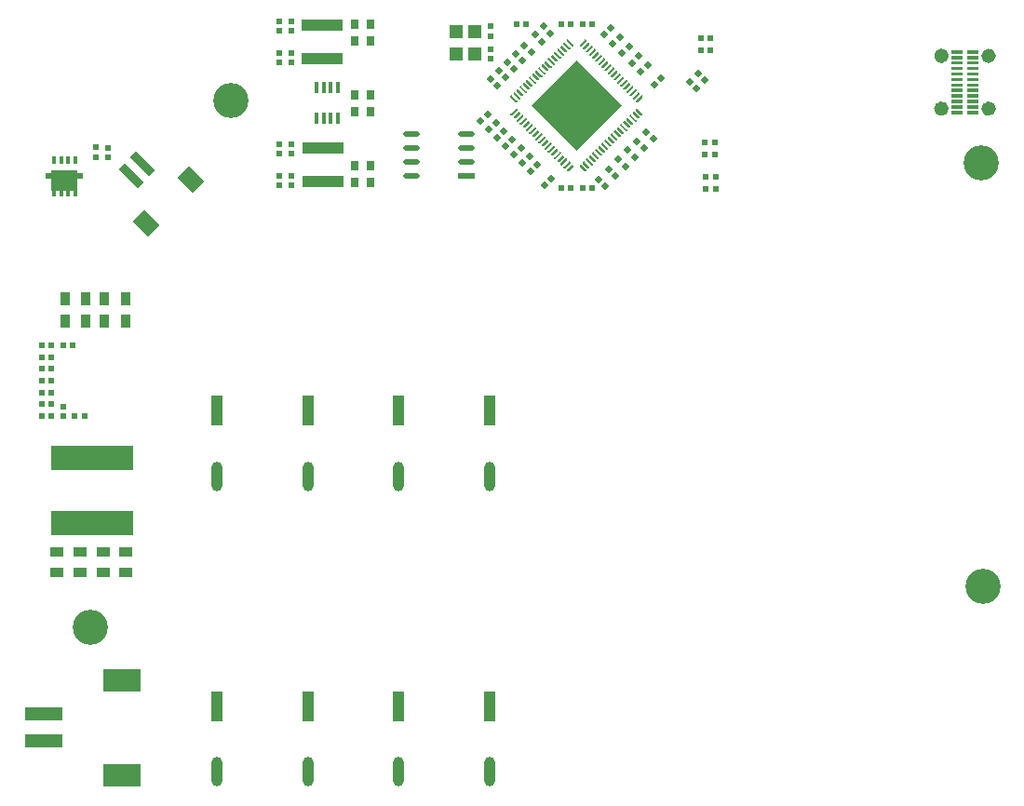
<source format=gtp>
G04*
G04 #@! TF.GenerationSoftware,Altium Limited,Altium Designer,24.0.1 (36)*
G04*
G04 Layer_Color=8421504*
%FSLAX44Y44*%
%MOMM*%
G71*
G04*
G04 #@! TF.SameCoordinates,1E4A30F7-C8D5-4828-80FB-0036147C382C*
G04*
G04*
G04 #@! TF.FilePolarity,Positive*
G04*
G01*
G75*
%ADD21C,0.6500*%
%ADD22P,0.7071X4X270.0*%
%ADD23O,1.5000X0.5000*%
%ADD24R,1.5000X0.5000*%
%ADD25R,0.4200X0.6600*%
%ADD26R,1.0000X2.7000*%
%ADD27O,1.0000X2.7000*%
%ADD28R,0.5000X0.5000*%
%ADD29R,0.4318X0.9779*%
%ADD30R,0.5000X0.5000*%
%ADD31R,1.2700X0.8890*%
%ADD32R,0.8890X1.2700*%
%ADD33P,0.7071X4X180.0*%
%ADD34R,1.2000X1.3000*%
%ADD35R,7.5000X2.2000*%
%ADD36R,0.7500X0.8500*%
G04:AMPARAMS|DCode=37|XSize=1.95mm|YSize=1.5mm|CornerRadius=0mm|HoleSize=0mm|Usage=FLASHONLY|Rotation=135.000|XOffset=0mm|YOffset=0mm|HoleType=Round|Shape=Rectangle|*
%AMROTATEDRECTD37*
4,1,4,1.2198,-0.1591,0.1591,-1.2198,-1.2198,0.1591,-0.1591,1.2198,1.2198,-0.1591,0.0*
%
%ADD37ROTATEDRECTD37*%

G04:AMPARAMS|DCode=38|XSize=0.8mm|YSize=2.5mm|CornerRadius=0mm|HoleSize=0mm|Usage=FLASHONLY|Rotation=225.000|XOffset=0mm|YOffset=0mm|HoleType=Round|Shape=Rectangle|*
%AMROTATEDRECTD38*
4,1,4,-0.6010,1.1667,1.1667,-0.6010,0.6010,-1.1667,-1.1667,0.6010,-0.6010,1.1667,0.0*
%
%ADD38ROTATEDRECTD38*%

%ADD39R,3.7000X1.1000*%
%ADD40R,3.5000X2.0000*%
%ADD41R,3.5000X1.2000*%
%ADD42C,3.2000*%
%ADD43R,3.4600X0.5700*%
%ADD44R,2.3700X1.8300*%
G36*
X516045Y731868D02*
X516630Y731283D01*
Y730454D01*
X516337Y730161D01*
X512095Y725919D01*
X511802Y725626D01*
X510974D01*
X510388Y726211D01*
Y727040D01*
X510681Y727333D01*
X514923Y731575D01*
X515216Y731868D01*
X516045Y731868D01*
D02*
G37*
G36*
X499768D02*
X500061Y731575D01*
X504304Y727333D01*
X504597Y727040D01*
Y726211D01*
X504011Y725626D01*
X503182D01*
X502890Y725919D01*
X498647Y730161D01*
X498354Y730454D01*
Y731283D01*
X498940Y731868D01*
X499768Y731868D01*
D02*
G37*
G36*
X519450Y728463D02*
Y727634D01*
X519157Y727341D01*
X514915Y723099D01*
X514622Y722806D01*
X513793Y722806D01*
X513208Y723392D01*
Y724220D01*
X513500Y724513D01*
X517743Y728756D01*
X518036Y729049D01*
X518864D01*
X519450Y728463D01*
D02*
G37*
G36*
X497241Y728756D02*
X501484Y724513D01*
X501777Y724220D01*
Y723392D01*
X501191Y722806D01*
X500363Y722806D01*
X500070Y723099D01*
X495827Y727341D01*
X495534Y727634D01*
Y728463D01*
X496120Y729049D01*
X496949D01*
X497241Y728756D01*
D02*
G37*
G36*
X522288Y725625D02*
Y724797D01*
X521995Y724504D01*
X517752Y720261D01*
X517459Y719968D01*
X516631Y719968D01*
X516045Y720554D01*
Y721382D01*
X516338Y721675D01*
X520581Y725918D01*
X520874Y726211D01*
X521702D01*
X522288Y725625D01*
D02*
G37*
G36*
X494404Y725918D02*
X498646Y721675D01*
X498939Y721382D01*
Y720554D01*
X498353Y719968D01*
X497525Y719968D01*
X497232Y720261D01*
X492989Y724504D01*
X492697Y724797D01*
Y725625D01*
X493282Y726211D01*
X494111D01*
X494404Y725918D01*
D02*
G37*
G36*
X873007Y718913D02*
X863007D01*
Y721912D01*
X873007D01*
Y718913D01*
D02*
G37*
G36*
X858607Y718911D02*
X848607D01*
Y721911D01*
X858607D01*
Y718911D01*
D02*
G37*
G36*
X524522Y723391D02*
X525108Y722805D01*
Y721977D01*
X524815Y721684D01*
X520572Y717441D01*
X520279Y717148D01*
X519451Y717148D01*
X518865Y717734D01*
Y718563D01*
X519158Y718856D01*
X523401Y723098D01*
X523693Y723391D01*
X524522Y723391D01*
D02*
G37*
G36*
X491291D02*
X491584Y723098D01*
X495826Y718856D01*
X496119Y718563D01*
Y717734D01*
X495534Y717148D01*
X494705Y717148D01*
X494412Y717441D01*
X490170Y721684D01*
X489877Y721977D01*
Y722805D01*
X490462Y723391D01*
X491291Y723391D01*
D02*
G37*
G36*
X527360Y720553D02*
X527945Y719967D01*
Y719139D01*
X527653Y718846D01*
X523410Y714604D01*
X523117Y714311D01*
X522289D01*
X521703Y714896D01*
Y715725D01*
X521996Y716018D01*
X526238Y720260D01*
X526531Y720553D01*
X527360Y720553D01*
D02*
G37*
G36*
X488453D02*
X488746Y720260D01*
X492989Y716018D01*
X493282Y715725D01*
Y714896D01*
X492696Y714311D01*
X491867D01*
X491575Y714604D01*
X487332Y718846D01*
X487039Y719139D01*
Y719967D01*
X487625Y720553D01*
X488453Y720553D01*
D02*
G37*
G36*
X858607Y713911D02*
X848607D01*
Y716911D01*
X858607D01*
Y713911D01*
D02*
G37*
G36*
X873007Y713911D02*
X863007D01*
Y716911D01*
X873007D01*
Y713911D01*
D02*
G37*
G36*
X530179Y717733D02*
X530765Y717148D01*
Y716319D01*
X530472Y716026D01*
X526230Y711784D01*
X525937Y711491D01*
X525108D01*
X524523Y712077D01*
Y712905D01*
X524815Y713198D01*
X529058Y717441D01*
X529351Y717733D01*
X530179Y717733D01*
D02*
G37*
G36*
X485633D02*
X485926Y717441D01*
X490169Y713198D01*
X490462Y712905D01*
Y712077D01*
X489876Y711491D01*
X489048D01*
X488755Y711784D01*
X484512Y716026D01*
X484219Y716319D01*
Y717148D01*
X484805Y717733D01*
X485633Y717733D01*
D02*
G37*
G36*
X858607Y708913D02*
X848607D01*
Y711913D01*
X858607D01*
Y708913D01*
D02*
G37*
G36*
X873007Y708913D02*
X863007D01*
Y711913D01*
X873007D01*
Y708913D01*
D02*
G37*
G36*
X533603Y714310D02*
Y713482D01*
X533310Y713189D01*
X529067Y708946D01*
X528775Y708653D01*
X527946Y708653D01*
X527360Y709239D01*
Y710067D01*
X527653Y710360D01*
X531896Y714603D01*
X532189Y714896D01*
X533017D01*
X533603Y714310D01*
D02*
G37*
G36*
X483088Y714603D02*
X487331Y710360D01*
X487624Y710067D01*
Y709239D01*
X487038Y708653D01*
X486210Y708653D01*
X485917Y708946D01*
X481674Y713189D01*
X481381Y713482D01*
Y714310D01*
X481967Y714896D01*
X482796D01*
X483088Y714603D01*
D02*
G37*
G36*
X536423Y711490D02*
Y710662D01*
X536130Y710369D01*
X531887Y706126D01*
X531594Y705833D01*
X530766Y705833D01*
X530180Y706419D01*
Y707247D01*
X530473Y707540D01*
X534716Y711783D01*
X535009Y712076D01*
X535837D01*
X536423Y711490D01*
D02*
G37*
G36*
X480269Y711783D02*
X484511Y707540D01*
X484804Y707247D01*
Y706419D01*
X484218Y705833D01*
X483390Y705833D01*
X483097Y706126D01*
X478854Y710369D01*
X478562Y710662D01*
Y711490D01*
X479147Y712076D01*
X479976D01*
X480269Y711783D01*
D02*
G37*
G36*
X858607Y703912D02*
X848607D01*
Y706911D01*
X858607D01*
Y703912D01*
D02*
G37*
G36*
X873007Y703911D02*
X863007D01*
Y706911D01*
X873007D01*
Y703911D01*
D02*
G37*
G36*
X538675Y709238D02*
X539260Y708652D01*
Y707824D01*
X538968Y707531D01*
X534725Y703288D01*
X534432Y702996D01*
X533604Y702996D01*
X533018Y703581D01*
Y704410D01*
X533311Y704703D01*
X537553Y708945D01*
X537846Y709238D01*
X538675Y709238D01*
D02*
G37*
G36*
X477138D02*
X477431Y708945D01*
X481674Y704703D01*
X481967Y704410D01*
Y703581D01*
X481381Y702996D01*
X480552Y702996D01*
X480259Y703288D01*
X476017Y707531D01*
X475724Y707824D01*
Y708652D01*
X476310Y709238D01*
X477138Y709238D01*
D02*
G37*
G36*
X541495Y706418D02*
X542080Y705833D01*
Y705004D01*
X541787Y704711D01*
X537545Y700469D01*
X537252Y700176D01*
X536423Y700176D01*
X535838Y700761D01*
Y701590D01*
X536131Y701883D01*
X540373Y706125D01*
X540666Y706418D01*
X541495Y706418D01*
D02*
G37*
G36*
X474318D02*
X474611Y706125D01*
X478854Y701883D01*
X479147Y701590D01*
Y700761D01*
X478561Y700176D01*
X477733Y700176D01*
X477440Y700469D01*
X473197Y704711D01*
X472904Y705004D01*
Y705833D01*
X473490Y706418D01*
X474318Y706418D01*
D02*
G37*
G36*
X858607Y698913D02*
X848607D01*
Y701913D01*
X858607D01*
Y698913D01*
D02*
G37*
G36*
X873007Y698913D02*
X863007D01*
Y701913D01*
X873007D01*
Y698913D01*
D02*
G37*
G36*
X544314Y703598D02*
X544900Y703013D01*
Y702184D01*
X544607Y701891D01*
X540365Y697649D01*
X540072Y697356D01*
X539243D01*
X538657Y697942D01*
Y698770D01*
X538950Y699063D01*
X543193Y703306D01*
X543486Y703598D01*
X544314Y703598D01*
D02*
G37*
G36*
X471498D02*
X471791Y703306D01*
X476034Y699063D01*
X476327Y698770D01*
Y697942D01*
X475741Y697356D01*
X474913D01*
X474620Y697649D01*
X470377Y701891D01*
X470084Y702184D01*
Y703013D01*
X470670Y703598D01*
X471498Y703598D01*
D02*
G37*
G36*
X547152Y700761D02*
X547738Y700175D01*
Y699347D01*
X547445Y699054D01*
X543202Y694811D01*
X542910Y694518D01*
X542081Y694518D01*
X541495Y695104D01*
Y695932D01*
X541788Y696225D01*
X546031Y700468D01*
X546324Y700761D01*
X547152Y700761D01*
D02*
G37*
G36*
X468661D02*
X468954Y700468D01*
X473196Y696225D01*
X473489Y695932D01*
Y695104D01*
X472903Y694518D01*
X472075Y694518D01*
X471782Y694811D01*
X467539Y699054D01*
X467247Y699346D01*
Y700175D01*
X467832Y700761D01*
X468661Y700761D01*
D02*
G37*
G36*
X858607Y693913D02*
X848607D01*
Y696913D01*
X858607D01*
Y693913D01*
D02*
G37*
G36*
X873007Y693911D02*
X863007D01*
Y696911D01*
X873007D01*
Y693911D01*
D02*
G37*
G36*
X550558Y697355D02*
Y696527D01*
X550265Y696234D01*
X546022Y691991D01*
X545729Y691698D01*
X544901Y691698D01*
X544315Y692284D01*
Y693112D01*
X544608Y693405D01*
X548851Y697648D01*
X549143Y697941D01*
X549972D01*
X550558Y697355D01*
D02*
G37*
G36*
X466134Y697648D02*
X470377Y693405D01*
X470669Y693112D01*
Y692284D01*
X470084Y691698D01*
X469255Y691698D01*
X468962Y691991D01*
X464720Y696234D01*
X464427Y696527D01*
Y697355D01*
X465013Y697941D01*
X465841D01*
X466134Y697648D01*
D02*
G37*
G36*
X858607Y688913D02*
X848607D01*
Y691913D01*
X858607D01*
Y688913D01*
D02*
G37*
G36*
X873007Y688913D02*
X863007D01*
Y691913D01*
X873007D01*
Y688913D01*
D02*
G37*
G36*
X552810Y695103D02*
X553396Y694517D01*
Y693689D01*
X553103Y693396D01*
X548860Y689154D01*
X548567Y688861D01*
X547739Y688860D01*
X547153Y689446D01*
Y690275D01*
X547446Y690568D01*
X551688Y694810D01*
X551981Y695103D01*
X552810Y695103D01*
D02*
G37*
G36*
X463003D02*
X463296Y694810D01*
X467539Y690568D01*
X467832Y690275D01*
Y689446D01*
X467246Y688861D01*
X466417Y688860D01*
X466124Y689154D01*
X461882Y693396D01*
X461589Y693689D01*
Y694517D01*
X462175Y695103D01*
X463003Y695103D01*
D02*
G37*
G36*
X555630Y692283D02*
X556215Y691698D01*
Y690869D01*
X555922Y690576D01*
X551680Y686334D01*
X551387Y686041D01*
X550558Y686041D01*
X549973Y686627D01*
Y687455D01*
X550266Y687748D01*
X554508Y691991D01*
X554801Y692283D01*
X555630Y692283D01*
D02*
G37*
G36*
X460183D02*
X460476Y691991D01*
X464719Y687748D01*
X465012Y687455D01*
Y686627D01*
X464426Y686041D01*
X463598Y686041D01*
X463305Y686334D01*
X459062Y690576D01*
X458769Y690869D01*
Y691698D01*
X459355Y692283D01*
X460183Y692283D01*
D02*
G37*
G36*
X858607Y683912D02*
X848607D01*
Y686911D01*
X858607D01*
Y683912D01*
D02*
G37*
G36*
X873007Y683911D02*
X863007D01*
Y686911D01*
X873007D01*
Y683911D01*
D02*
G37*
G36*
X558467Y689446D02*
X559053Y688860D01*
Y688031D01*
X558760Y687738D01*
X554518Y683496D01*
X554225Y683203D01*
X553396D01*
X552810Y683789D01*
Y684617D01*
X553103Y684910D01*
X557346Y689153D01*
X557639Y689446D01*
X558467Y689446D01*
D02*
G37*
G36*
X457346D02*
X457639Y689153D01*
X461881Y684910D01*
X462174Y684617D01*
Y683789D01*
X461588Y683203D01*
X460760D01*
X460467Y683496D01*
X456224Y687738D01*
X455931Y688031D01*
Y688860D01*
X456517Y689446D01*
X457346Y689446D01*
D02*
G37*
G36*
X561287Y686626D02*
X561873Y686040D01*
Y685212D01*
X561580Y684919D01*
X557337Y680676D01*
X557044Y680383D01*
X556216Y680383D01*
X555630Y680969D01*
Y681797D01*
X555923Y682090D01*
X560166Y686333D01*
X560459Y686626D01*
X561287Y686626D01*
D02*
G37*
G36*
X454526D02*
X454819Y686333D01*
X459061Y682090D01*
X459354Y681797D01*
Y680969D01*
X458768Y680383D01*
X457940Y680383D01*
X457647Y680676D01*
X453405Y684919D01*
X453112Y685212D01*
Y686040D01*
X453697Y686626D01*
X454526Y686626D01*
D02*
G37*
G36*
X858607Y678913D02*
X848607D01*
Y681913D01*
X858607D01*
Y678913D01*
D02*
G37*
G36*
X873007Y678913D02*
X863007D01*
Y681913D01*
X873007D01*
Y678913D01*
D02*
G37*
G36*
X564711Y683202D02*
Y682374D01*
X564418Y682081D01*
X560175Y677838D01*
X559882Y677545D01*
X559054Y677545D01*
X558468Y678131D01*
Y678960D01*
X558761Y679252D01*
X563004Y683495D01*
X563296Y683788D01*
X564125D01*
X564711Y683202D01*
D02*
G37*
G36*
X451981Y683495D02*
X456224Y679252D01*
X456516Y678960D01*
Y678131D01*
X455931Y677545D01*
X455102Y677545D01*
X454809Y677838D01*
X450567Y682081D01*
X450274Y682374D01*
Y683202D01*
X450860Y683788D01*
X451688D01*
X451981Y683495D01*
D02*
G37*
G36*
X566945Y680968D02*
X567530Y680383D01*
Y679554D01*
X567238Y679261D01*
X562995Y675018D01*
X562702Y674726D01*
X561874Y674726D01*
X561288Y675311D01*
Y676140D01*
X561581Y676433D01*
X565823Y680675D01*
X566116Y680968D01*
X566945Y680968D01*
D02*
G37*
G36*
X448868D02*
X449161Y680675D01*
X453404Y676433D01*
X453697Y676140D01*
Y675311D01*
X453111Y674726D01*
X452282Y674726D01*
X451990Y675018D01*
X447747Y679261D01*
X447454Y679554D01*
Y680383D01*
X448040Y680968D01*
X448868Y680968D01*
D02*
G37*
G36*
X858607Y673912D02*
X848607D01*
Y676911D01*
X858607D01*
Y673912D01*
D02*
G37*
G36*
X873007Y673911D02*
X863007D01*
Y676911D01*
X873007D01*
Y673911D01*
D02*
G37*
G36*
X858607Y668913D02*
X848607D01*
Y671913D01*
X858607D01*
Y668913D01*
D02*
G37*
G36*
X873007Y668913D02*
X863007D01*
Y671913D01*
X873007D01*
Y668913D01*
D02*
G37*
G36*
X858607Y663912D02*
X848607D01*
Y666911D01*
X858607D01*
Y663912D01*
D02*
G37*
G36*
X873007Y663911D02*
X863007D01*
Y666911D01*
X873007D01*
Y663911D01*
D02*
G37*
G36*
X562702Y668935D02*
X562995Y668642D01*
X567238Y664399D01*
X567530Y664106D01*
Y663278D01*
X566945Y662692D01*
X566116D01*
X565823Y662985D01*
X561581Y667228D01*
X561288Y667521D01*
Y668349D01*
X561874Y668935D01*
X562702Y668935D01*
D02*
G37*
G36*
X453111D02*
X453697Y668349D01*
Y667521D01*
X453404Y667228D01*
X449161Y662985D01*
X448868Y662692D01*
X448040D01*
X447454Y663278D01*
Y664106D01*
X447747Y664399D01*
X451990Y668642D01*
X452282Y668935D01*
X453111Y668935D01*
D02*
G37*
G36*
X560175Y665822D02*
X564418Y661579D01*
X564711Y661286D01*
Y660458D01*
X564125Y659872D01*
X563296Y659872D01*
X563004Y660165D01*
X558761Y664408D01*
X558468Y664701D01*
Y665529D01*
X559054Y666115D01*
X559882D01*
X560175Y665822D01*
D02*
G37*
G36*
X456516Y665529D02*
Y664701D01*
X456224Y664408D01*
X451981Y660165D01*
X451688Y659872D01*
X450860Y659872D01*
X450274Y660458D01*
Y661286D01*
X450567Y661579D01*
X454809Y665822D01*
X455102Y666115D01*
X455931D01*
X456516Y665529D01*
D02*
G37*
G36*
X557337Y662984D02*
X561580Y658742D01*
X561873Y658449D01*
Y657620D01*
X561287Y657035D01*
X560459Y657035D01*
X560166Y657327D01*
X555923Y661570D01*
X555630Y661863D01*
Y662691D01*
X556216Y663277D01*
X557044D01*
X557337Y662984D01*
D02*
G37*
G36*
X459354Y662691D02*
Y661863D01*
X459061Y661570D01*
X454819Y657327D01*
X454526Y657035D01*
X453697Y657035D01*
X453112Y657620D01*
Y658449D01*
X453405Y658742D01*
X457647Y662984D01*
X457940Y663277D01*
X458768D01*
X459354Y662691D01*
D02*
G37*
G36*
X554225Y660457D02*
X554518Y660164D01*
X558760Y655922D01*
X559053Y655629D01*
Y654800D01*
X558467Y654215D01*
X557639Y654215D01*
X557346Y654508D01*
X553103Y658750D01*
X552810Y659043D01*
Y659872D01*
X553396Y660457D01*
X554225Y660457D01*
D02*
G37*
G36*
X461588D02*
X462174Y659872D01*
Y659043D01*
X461881Y658750D01*
X457639Y654508D01*
X457346Y654215D01*
X456517Y654215D01*
X455931Y654800D01*
Y655629D01*
X456224Y655922D01*
X460467Y660164D01*
X460760Y660457D01*
X461588Y660457D01*
D02*
G37*
G36*
X551387Y657620D02*
X551680Y657327D01*
X555922Y653084D01*
X556215Y652791D01*
Y651963D01*
X555630Y651377D01*
X554801Y651377D01*
X554508Y651670D01*
X550266Y655912D01*
X549973Y656205D01*
Y657034D01*
X550558Y657620D01*
X551387Y657620D01*
D02*
G37*
G36*
X464426D02*
X465012Y657034D01*
Y656205D01*
X464719Y655912D01*
X460476Y651670D01*
X460183Y651377D01*
X459355Y651377D01*
X458769Y651963D01*
Y652791D01*
X459062Y653084D01*
X463305Y657327D01*
X463598Y657620D01*
X464426Y657620D01*
D02*
G37*
G36*
X548567Y654800D02*
X548860Y654507D01*
X553103Y650264D01*
X553396Y649971D01*
Y649143D01*
X552810Y648557D01*
X551981D01*
X551688Y648850D01*
X547446Y653093D01*
X547153Y653386D01*
Y654214D01*
X547739Y654800D01*
X548567Y654800D01*
D02*
G37*
G36*
X467246D02*
X467832Y654214D01*
Y653386D01*
X467539Y653093D01*
X463296Y648850D01*
X463003Y648557D01*
X462175D01*
X461589Y649143D01*
Y649971D01*
X461882Y650264D01*
X466124Y654507D01*
X466417Y654800D01*
X467246Y654800D01*
D02*
G37*
G36*
X545729Y651962D02*
X546022Y651669D01*
X550265Y647427D01*
X550558Y647134D01*
Y646305D01*
X549972Y645719D01*
X549143D01*
X548851Y646012D01*
X544608Y650255D01*
X544315Y650548D01*
Y651376D01*
X544901Y651962D01*
X545729Y651962D01*
D02*
G37*
G36*
X470084D02*
X470669Y651376D01*
Y650548D01*
X470377Y650255D01*
X466134Y646012D01*
X465841Y645719D01*
X465013D01*
X464427Y646305D01*
Y647134D01*
X464720Y647427D01*
X468962Y651669D01*
X469255Y651962D01*
X470084Y651962D01*
D02*
G37*
G36*
X543202Y648849D02*
X547445Y644607D01*
X547738Y644314D01*
Y643485D01*
X547152Y642900D01*
X546324Y642900D01*
X546031Y643193D01*
X541788Y647435D01*
X541495Y647728D01*
Y648557D01*
X542081Y649142D01*
X542910D01*
X543202Y648849D01*
D02*
G37*
G36*
X473489Y648556D02*
Y647728D01*
X473196Y647435D01*
X468954Y643193D01*
X468661Y642900D01*
X467832Y642900D01*
X467247Y643485D01*
Y644314D01*
X467539Y644607D01*
X471782Y648849D01*
X472075Y649142D01*
X472903D01*
X473489Y648556D01*
D02*
G37*
G36*
X540365Y646012D02*
X544607Y641769D01*
X544900Y641476D01*
Y640648D01*
X544314Y640062D01*
X543486Y640062D01*
X543193Y640355D01*
X538950Y644597D01*
X538657Y644890D01*
Y645719D01*
X539243Y646304D01*
X540072D01*
X540365Y646012D01*
D02*
G37*
G36*
X476327Y645719D02*
Y644890D01*
X476034Y644597D01*
X471791Y640355D01*
X471498Y640062D01*
X470670Y640062D01*
X470084Y640648D01*
Y641476D01*
X470377Y641769D01*
X474620Y646012D01*
X474913Y646304D01*
X475741D01*
X476327Y645719D01*
D02*
G37*
G36*
X537252Y643485D02*
X537545Y643192D01*
X541787Y638949D01*
X542080Y638656D01*
Y637828D01*
X541495Y637242D01*
X540666Y637242D01*
X540373Y637535D01*
X536131Y641778D01*
X535838Y642070D01*
Y642899D01*
X536423Y643485D01*
X537252Y643485D01*
D02*
G37*
G36*
X478561D02*
X479147Y642899D01*
Y642070D01*
X478854Y641778D01*
X474611Y637535D01*
X474318Y637242D01*
X473490Y637242D01*
X472904Y637828D01*
Y638656D01*
X473197Y638949D01*
X477440Y643192D01*
X477733Y643485D01*
X478561Y643485D01*
D02*
G37*
G36*
X534432Y640665D02*
X534725Y640372D01*
X538968Y636129D01*
X539260Y635836D01*
Y635008D01*
X538675Y634422D01*
X537846D01*
X537553Y634715D01*
X533311Y638958D01*
X533018Y639251D01*
Y640079D01*
X533604Y640665D01*
X534432Y640665D01*
D02*
G37*
G36*
X481381D02*
X481967Y640079D01*
Y639251D01*
X481674Y638958D01*
X477431Y634715D01*
X477138Y634422D01*
X476310D01*
X475724Y635008D01*
Y635836D01*
X476017Y636129D01*
X480259Y640372D01*
X480552Y640665D01*
X481381Y640665D01*
D02*
G37*
G36*
X531594Y637827D02*
X531887Y637534D01*
X536130Y633292D01*
X536423Y632999D01*
Y632170D01*
X535837Y631585D01*
X535009D01*
X534716Y631877D01*
X530473Y636120D01*
X530180Y636413D01*
Y637241D01*
X530766Y637827D01*
X531594Y637827D01*
D02*
G37*
G36*
X484218D02*
X484804Y637241D01*
Y636413D01*
X484511Y636120D01*
X480269Y631877D01*
X479976Y631585D01*
X479147D01*
X478562Y632170D01*
Y632999D01*
X478854Y633292D01*
X483097Y637534D01*
X483390Y637827D01*
X484218Y637827D01*
D02*
G37*
G36*
X548504Y671830D02*
X507492Y630818D01*
X466480Y671830D01*
X507492Y712842D01*
X548504Y671830D01*
D02*
G37*
G36*
X529067Y634714D02*
X533310Y630472D01*
X533603Y630179D01*
Y629351D01*
X533017Y628765D01*
X532189Y628765D01*
X531896Y629058D01*
X527653Y633300D01*
X527360Y633593D01*
Y634422D01*
X527946Y635007D01*
X528775D01*
X529067Y634714D01*
D02*
G37*
G36*
X487624Y634422D02*
Y633593D01*
X487331Y633300D01*
X483088Y629058D01*
X482796Y628765D01*
X481967Y628765D01*
X481381Y629351D01*
Y630179D01*
X481674Y630472D01*
X485917Y634714D01*
X486210Y635007D01*
X487038D01*
X487624Y634422D01*
D02*
G37*
G36*
X526230Y631877D02*
X530472Y627634D01*
X530765Y627341D01*
Y626513D01*
X530179Y625927D01*
X529351Y625927D01*
X529058Y626220D01*
X524815Y630462D01*
X524523Y630755D01*
Y631584D01*
X525108Y632170D01*
X525937D01*
X526230Y631877D01*
D02*
G37*
G36*
X490462Y631584D02*
Y630755D01*
X490169Y630462D01*
X485926Y626220D01*
X485633Y625927D01*
X484805Y625927D01*
X484219Y626513D01*
Y627341D01*
X484512Y627634D01*
X488755Y631877D01*
X489048Y632170D01*
X489876D01*
X490462Y631584D01*
D02*
G37*
G36*
X523117Y629350D02*
X523410Y629057D01*
X527653Y624814D01*
X527945Y624521D01*
Y623693D01*
X527360Y623107D01*
X526531Y623107D01*
X526238Y623400D01*
X521996Y627643D01*
X521703Y627935D01*
Y628764D01*
X522289Y629350D01*
X523117Y629350D01*
D02*
G37*
G36*
X492696D02*
X493282Y628764D01*
Y627935D01*
X492989Y627643D01*
X488746Y623400D01*
X488453Y623107D01*
X487625Y623107D01*
X487039Y623693D01*
Y624521D01*
X487332Y624814D01*
X491575Y629057D01*
X491867Y629350D01*
X492696Y629350D01*
D02*
G37*
G36*
X520279Y626512D02*
X520572Y626219D01*
X524815Y621977D01*
X525108Y621684D01*
Y620855D01*
X524522Y620269D01*
X523693Y620269D01*
X523401Y620562D01*
X519158Y624805D01*
X518865Y625098D01*
Y625926D01*
X519451Y626512D01*
X520279Y626512D01*
D02*
G37*
G36*
X495534D02*
X496119Y625926D01*
Y625098D01*
X495826Y624805D01*
X491584Y620562D01*
X491291Y620269D01*
X490462Y620269D01*
X489877Y620855D01*
Y621684D01*
X490170Y621977D01*
X494412Y626219D01*
X494705Y626512D01*
X495534Y626512D01*
D02*
G37*
G36*
X517459Y623692D02*
X517752Y623399D01*
X521995Y619157D01*
X522288Y618864D01*
Y618035D01*
X521702Y617450D01*
X520874D01*
X520581Y617743D01*
X516338Y621985D01*
X516045Y622278D01*
Y623106D01*
X516631Y623692D01*
X517459Y623692D01*
D02*
G37*
G36*
X498353D02*
X498939Y623106D01*
Y622278D01*
X498646Y621985D01*
X494404Y617743D01*
X494111Y617450D01*
X493282D01*
X492697Y618035D01*
Y618864D01*
X492989Y619157D01*
X497232Y623399D01*
X497525Y623692D01*
X498353Y623692D01*
D02*
G37*
G36*
X514622Y620854D02*
X514915Y620561D01*
X519157Y616319D01*
X519450Y616026D01*
Y615198D01*
X518864Y614612D01*
X518036D01*
X517743Y614905D01*
X513500Y619147D01*
X513208Y619440D01*
Y620269D01*
X513793Y620854D01*
X514622Y620854D01*
D02*
G37*
G36*
X501191D02*
X501777Y620269D01*
Y619440D01*
X501484Y619147D01*
X497241Y614905D01*
X496949Y614612D01*
X496120D01*
X495534Y615198D01*
Y616026D01*
X495827Y616319D01*
X500070Y620561D01*
X500363Y620854D01*
X501191Y620854D01*
D02*
G37*
G36*
X512095Y617742D02*
X516337Y613499D01*
X516630Y613206D01*
Y612378D01*
X516045Y611792D01*
X515216Y611792D01*
X514923Y612085D01*
X510681Y616328D01*
X510388Y616620D01*
Y617449D01*
X510974Y618035D01*
X511802D01*
X512095Y617742D01*
D02*
G37*
G36*
X504597Y617449D02*
Y616620D01*
X504304Y616328D01*
X500061Y612085D01*
X499768Y611792D01*
X498940Y611792D01*
X498354Y612378D01*
Y613206D01*
X498647Y613499D01*
X502890Y617742D01*
X503182Y618035D01*
X504011D01*
X504597Y617449D01*
D02*
G37*
D21*
X885557Y716913D02*
G03*
X885557Y716913I-3251J0D01*
G01*
X842557D02*
G03*
X842557Y716913I-3251J0D01*
G01*
Y668912D02*
G03*
X842557Y668912I-3251J0D01*
G01*
X885557D02*
G03*
X885557Y668912I-3251J0D01*
G01*
D22*
X465922Y611718D02*
D03*
X471932Y617728D02*
D03*
X464566Y625602D02*
D03*
X458202Y619238D02*
D03*
X443062Y634578D02*
D03*
X449072Y640588D02*
D03*
X450582Y626858D02*
D03*
X456946Y633222D02*
D03*
X427722Y649718D02*
D03*
X434086Y656082D02*
D03*
X441452Y648208D02*
D03*
X435442Y642198D02*
D03*
X420413Y657395D02*
D03*
X426423Y663405D02*
D03*
X549014Y719194D02*
D03*
X555378Y725558D02*
D03*
X540632Y727830D02*
D03*
X546996Y734194D02*
D03*
X557650Y710558D02*
D03*
X564014Y716922D02*
D03*
X484632Y605536D02*
D03*
X478268Y599172D02*
D03*
X532504Y736212D02*
D03*
X538868Y742576D02*
D03*
X578147Y690923D02*
D03*
X584157Y696933D02*
D03*
X566032Y702430D02*
D03*
X572396Y708794D02*
D03*
D23*
X357270Y645668D02*
D03*
Y632968D02*
D03*
Y620268D02*
D03*
Y607568D02*
D03*
X407270Y645668D02*
D03*
Y632968D02*
D03*
Y620268D02*
D03*
D24*
Y607568D02*
D03*
D25*
X32160Y622268D02*
D03*
X38660D02*
D03*
X45160D02*
D03*
X51660D02*
D03*
X51660Y592868D02*
D03*
X45160D02*
D03*
X38660D02*
D03*
X32160D02*
D03*
D26*
X428752Y125504D02*
D03*
Y394661D02*
D03*
X263045D02*
D03*
X180191D02*
D03*
X263045Y125504D02*
D03*
X345898Y394661D02*
D03*
X180191Y125504D02*
D03*
X345898D02*
D03*
D27*
X428752Y65504D02*
D03*
Y334661D02*
D03*
X263045D02*
D03*
X180191D02*
D03*
X263045Y65504D02*
D03*
X345898Y334661D02*
D03*
X180191Y65504D02*
D03*
X345898D02*
D03*
D28*
X70358Y624586D02*
D03*
Y633586D02*
D03*
X237236Y627706D02*
D03*
Y636206D02*
D03*
X429006Y713994D02*
D03*
Y722994D02*
D03*
Y743640D02*
D03*
Y734640D02*
D03*
X40386Y397628D02*
D03*
Y389128D02*
D03*
X237490Y599318D02*
D03*
Y607818D02*
D03*
Y748152D02*
D03*
Y739652D02*
D03*
X81280Y633154D02*
D03*
Y624654D02*
D03*
X248412Y607754D02*
D03*
Y599254D02*
D03*
Y739716D02*
D03*
Y748216D02*
D03*
Y627770D02*
D03*
Y636270D02*
D03*
Y719514D02*
D03*
Y711014D02*
D03*
X237490Y711078D02*
D03*
Y719578D02*
D03*
D29*
X270920Y660463D02*
D03*
X277420D02*
D03*
X283920D02*
D03*
X290420D02*
D03*
Y687768D02*
D03*
X283920D02*
D03*
X277420D02*
D03*
X270920D02*
D03*
D30*
X29714Y410718D02*
D03*
X21214D02*
D03*
X40386Y453390D02*
D03*
X48886D02*
D03*
X20932Y400050D02*
D03*
X29932D02*
D03*
X21150Y389382D02*
D03*
X29650D02*
D03*
X29714Y432054D02*
D03*
X21214D02*
D03*
X20932Y453390D02*
D03*
X29932D02*
D03*
X21150Y442722D02*
D03*
X29650D02*
D03*
X634294Y606527D02*
D03*
X625294D02*
D03*
X634294Y595859D02*
D03*
X625294D02*
D03*
X633404Y638048D02*
D03*
X624404D02*
D03*
X501836Y745744D02*
D03*
X493336D02*
D03*
X502412Y596900D02*
D03*
X493912D02*
D03*
X461704Y745744D02*
D03*
X453204D02*
D03*
X624404Y627380D02*
D03*
X633404D02*
D03*
X620340Y722376D02*
D03*
X629340D02*
D03*
X620340Y733044D02*
D03*
X629340D02*
D03*
X512826Y745744D02*
D03*
X521326D02*
D03*
X513148Y596900D02*
D03*
X521648D02*
D03*
X59800Y389382D02*
D03*
X50800D02*
D03*
X29650Y421386D02*
D03*
X21150D02*
D03*
D31*
X76877Y247039D02*
D03*
Y266039D02*
D03*
X97790Y247039D02*
D03*
Y266039D02*
D03*
X35052Y247039D02*
D03*
Y266039D02*
D03*
X55965D02*
D03*
Y247039D02*
D03*
D32*
X42061Y475233D02*
D03*
X61061D02*
D03*
X42061Y495807D02*
D03*
X61061D02*
D03*
X97331Y495810D02*
D03*
X78331D02*
D03*
X97385Y475235D02*
D03*
X78385D02*
D03*
D33*
X475953Y730039D02*
D03*
X469943Y736049D02*
D03*
X536822Y614052D02*
D03*
X543186Y607688D02*
D03*
X545458Y622688D02*
D03*
X551822Y616324D02*
D03*
X527855Y604731D02*
D03*
X533865Y598721D02*
D03*
X450730Y704970D02*
D03*
X444366Y711334D02*
D03*
X562476Y639452D02*
D03*
X568840Y633088D02*
D03*
X571112Y647834D02*
D03*
X577476Y641470D02*
D03*
X443110Y697350D02*
D03*
X436746Y703714D02*
D03*
X553840Y631070D02*
D03*
X560204Y624706D02*
D03*
X435490Y689730D02*
D03*
X429126Y696094D02*
D03*
X617968Y701054D02*
D03*
X624332Y694690D02*
D03*
X610348Y693434D02*
D03*
X616712Y687070D02*
D03*
X458173Y712767D02*
D03*
X452163Y718777D02*
D03*
X477563Y743669D02*
D03*
X483573Y737659D02*
D03*
X466224Y720210D02*
D03*
X459860Y726574D02*
D03*
D34*
X414900Y718226D02*
D03*
X397900D02*
D03*
X414900Y739226D02*
D03*
X397900D02*
D03*
D35*
X66548Y351564D02*
D03*
Y291564D02*
D03*
D36*
X320316Y665988D02*
D03*
X305816D02*
D03*
X320316Y681736D02*
D03*
X305816D02*
D03*
X320316Y601472D02*
D03*
X305816D02*
D03*
X320316Y616966D02*
D03*
X305816D02*
D03*
X320316Y745998D02*
D03*
X305816D02*
D03*
X320316Y730504D02*
D03*
X305816D02*
D03*
D37*
X156324Y604380D02*
D03*
X116472Y564528D02*
D03*
D38*
X113063Y618395D02*
D03*
X102457Y607789D02*
D03*
D39*
X276606Y632714D02*
D03*
Y602714D02*
D03*
X276352Y714756D02*
D03*
Y744756D02*
D03*
D40*
X94144Y149188D02*
D03*
Y62648D02*
D03*
D41*
X22834Y118418D02*
D03*
Y93418D02*
D03*
D42*
X876808Y233934D02*
D03*
X193294Y676402D02*
D03*
X875792Y619252D02*
D03*
X65024Y196850D02*
D03*
D43*
X41910Y607918D02*
D03*
D44*
X41910Y603418D02*
D03*
M02*

</source>
